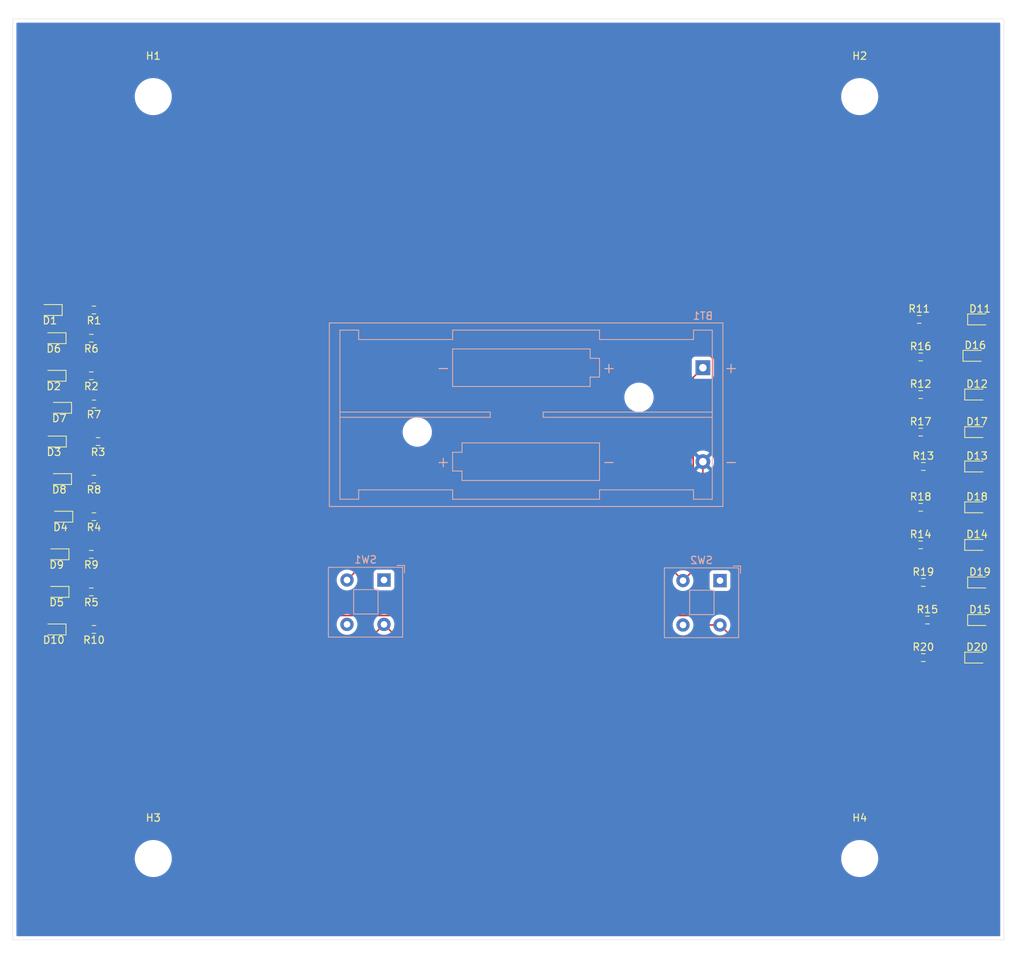
<source format=kicad_pcb>
(kicad_pcb (version 20240108) (generator "pcbnew") (generator_version "8.0")
  (layers (0 "F.Cu" signal) (31 "B.Cu" signal) (34 "B.Paste" user) (35 "F.Paste" user) (36 "B.SilkS" user "B.Silkscreen") (37 "F.SilkS" user "F.Silkscreen") (38 "B.Mask" user) (39 "F.Mask" user) (44 "Edge.Cuts" user))
  (net 0 "")
  (net 1 "GND")
  (net 2 "Net-(BT1-+)")
  (net 3 "Net-(D1-K)")
  (net 4 "/3V Red")
  (net 5 "Net-(D2-K)")
  (net 6 "Net-(D3-K)")
  (net 7 "Net-(D4-K)")
  (net 8 "Net-(D5-K)")
  (net 9 "/3V blue")
  (net 10 "Net-(D6-K)")
  (net 11 "Net-(D7-K)")
  (net 12 "Net-(D8-K)")
  (net 13 "Net-(D9-K)")
  (net 14 "Net-(D10-K)")
  (net 15 "Net-(D11-K)")
  (net 16 "Net-(D12-K)")
  (net 17 "Net-(D13-K)")
  (net 18 "Net-(D14-K)")
  (net 19 "Net-(D15-K)")
  (net 20 "Net-(D16-K)")
  (net 21 "Net-(D17-K)")
  (net 22 "Net-(D18-K)")
  (net 23 "Net-(D19-K)")
  (net 24 "Net-(D20-K)")
  (footprint "Resistor_SMD:R_0603_1608Metric_Pad0.98x0.95mm_HandSolder" (layer "F.Cu") (at 93.98 92.71 180)
    (property "Reference" "R8" (at 0 -1.43 0) (layer "F.SilkS"))
    (property "Value" "R_US")
    (fp_line (start -0.254724 0.5225) (end 0.254724 0.5225) (stroke (width 0.12)) (layer "F.SilkS"))
    (fp_line (start -0.254724 -0.5225) (end 0.254724 -0.5225) (stroke (width 0.12)) (layer "F.SilkS"))
    (pad "1" smd roundrect (at -0.9125 0 180) (size 0.975 0.95) (layers "F.Cu" "F.Paste" "F.Mask") (net 1 "GND"))
    (pad "2" smd roundrect (at 0.9125 0 180) (size 0.975 0.95) (layers "F.Cu" "F.Paste" "F.Mask") (net 12 "Net-(D8-K)"))
  )
  (footprint "Resistor_SMD:R_0603_1608Metric_Pad0.98x0.95mm_HandSolder" (layer "F.Cu") (at 205.74 96.52)
    (property "Reference" "R18" (at 0 -1.43 0) (layer "F.SilkS"))
    (property "Value" "R_US")
    (fp_line (start -0.254724 -0.5225) (end 0.254724 -0.5225) (stroke (width 0.12)) (layer "F.SilkS"))
    (fp_line (start -0.254724 0.5225) (end 0.254724 0.5225) (stroke (width 0.12)) (layer "F.SilkS"))
    (pad "1" smd roundrect (at -0.9125 0) (size 0.975 0.95) (layers "F.Cu" "F.Paste" "F.Mask") (net 1 "GND"))
    (pad "2" smd roundrect (at 0.9125 0) (size 0.975 0.95) (layers "F.Cu" "F.Paste" "F.Mask") (net 22 "Net-(D18-K)"))
  )
  (footprint "LED_SMD:LED_0603_1608Metric_Pad1.05x0.95mm_HandSolder" (layer "F.Cu") (at 89.295 83.07 180)
    (property "Reference" "D7" (at 0 -1.43 0) (layer "F.SilkS"))
    (property "Value" "LED")
    (fp_line (start 0.8 -0.735) (end -1.66 -0.735) (stroke (width 0.12)) (layer "F.SilkS"))
    (fp_line (start -1.66 0.735) (end 0.8 0.735) (stroke (width 0.12)) (layer "F.SilkS"))
    (fp_line (start -1.66 -0.735) (end -1.66 0.735) (stroke (width 0.12)) (layer "F.SilkS"))
    (pad "1" smd roundrect (at -0.875 0 180) (size 1.05 0.95) (layers "F.Cu" "F.Paste" "F.Mask") (net 11 "Net-(D7-K)"))
    (pad "2" smd roundrect (at 0.875 0 180) (size 1.05 0.95) (layers "F.Cu" "F.Paste" "F.Mask") (net 9 "/3V blue"))
  )
  (footprint "Resistor_SMD:R_0603_1608Metric_Pad0.98x0.95mm_HandSolder" (layer "F.Cu") (at 94.535 87.63 180)
    (property "Reference" "R3" (at 0 -1.43 0) (layer "F.SilkS"))
    (property "Value" "R_US")
    (fp_line (start -0.254724 0.5225) (end 0.254724 0.5225) (stroke (width 0.12)) (layer "F.SilkS"))
    (fp_line (start -0.254724 -0.5225) (end 0.254724 -0.5225) (stroke (width 0.12)) (layer "F.SilkS"))
    (pad "1" smd roundrect (at -0.9125 0 180) (size 0.975 0.95) (layers "F.Cu" "F.Paste" "F.Mask") (net 1 "GND"))
    (pad "2" smd roundrect (at 0.9125 0 180) (size 0.975 0.95) (layers "F.Cu" "F.Paste" "F.Mask") (net 6 "Net-(D3-K)"))
  )
  (footprint "LED_SMD:LED_0603_1608Metric_Pad1.05x0.95mm_HandSolder" (layer "F.Cu") (at 213.125 76.04)
    (property "Reference" "D16" (at 0 -1.43 0) (layer "F.SilkS"))
    (property "Value" "LED")
    (fp_line (start -1.66 -0.735) (end -1.66 0.735) (stroke (width 0.12)) (layer "F.SilkS"))
    (fp_line (start -1.66 0.735) (end 0.8 0.735) (stroke (width 0.12)) (layer "F.SilkS"))
    (fp_line (start 0.8 -0.735) (end -1.66 -0.735) (stroke (width 0.12)) (layer "F.SilkS"))
    (pad "1" smd roundrect (at -0.875 0) (size 1.05 0.95) (layers "F.Cu" "F.Paste" "F.Mask") (net 20 "Net-(D16-K)"))
    (pad "2" smd roundrect (at 0.875 0) (size 1.05 0.95) (layers "F.Cu" "F.Paste" "F.Mask") (net 9 "/3V blue"))
  )
  (footprint "Resistor_SMD:R_0603_1608Metric_Pad0.98x0.95mm_HandSolder" (layer "F.Cu") (at 205.74 101.6)
    (property "Reference" "R14" (at 0 -1.43 0) (layer "F.SilkS"))
    (property "Value" "R_US")
    (fp_line (start -0.254724 -0.5225) (end 0.254724 -0.5225) (stroke (width 0.12)) (layer "F.SilkS"))
    (fp_line (start -0.254724 0.5225) (end 0.254724 0.5225) (stroke (width 0.12)) (layer "F.SilkS"))
    (pad "1" smd roundrect (at -0.9125 0) (size 0.975 0.95) (layers "F.Cu" "F.Paste" "F.Mask") (net 1 "GND"))
    (pad "2" smd roundrect (at 0.9125 0) (size 0.975 0.95) (layers "F.Cu" "F.Paste" "F.Mask") (net 18 "Net-(D14-K)"))
  )
  (footprint "Resistor_SMD:R_0603_1608Metric_Pad0.98x0.95mm_HandSolder" (layer "F.Cu") (at 93.98 82.55 180)
    (property "Reference" "R7" (at 0 -1.43 0) (layer "F.SilkS"))
    (property "Value" "R_US")
    (fp_line (start -0.254724 0.5225) (end 0.254724 0.5225) (stroke (width 0.12)) (layer "F.SilkS"))
    (fp_line (start -0.254724 -0.5225) (end 0.254724 -0.5225) (stroke (width 0.12)) (layer "F.SilkS"))
    (pad "1" smd roundrect (at -0.9125 0 180) (size 0.975 0.95) (layers "F.Cu" "F.Paste" "F.Mask") (net 1 "GND"))
    (pad "2" smd roundrect (at 0.9125 0 180) (size 0.975 0.95) (layers "F.Cu" "F.Paste" "F.Mask") (net 11 "Net-(D7-K)"))
  )
  (footprint "Resistor_SMD:R_0603_1608Metric_Pad0.98x0.95mm_HandSolder" (layer "F.Cu") (at 93.6225 73.66 180)
    (property "Reference" "R6" (at 0 -1.43 0) (layer "F.SilkS"))
    (property "Value" "R_US")
    (fp_line (start -0.254724 0.5225) (end 0.254724 0.5225) (stroke (width 0.12)) (layer "F.SilkS"))
    (fp_line (start -0.254724 -0.5225) (end 0.254724 -0.5225) (stroke (width 0.12)) (layer "F.SilkS"))
    (pad "1" smd roundrect (at -0.9125 0 180) (size 0.975 0.95) (layers "F.Cu" "F.Paste" "F.Mask") (net 1 "GND"))
    (pad "2" smd roundrect (at 0.9125 0 180) (size 0.975 0.95) (layers "F.Cu" "F.Paste" "F.Mask") (net 10 "Net-(D6-K)"))
  )
  (footprint "LED_SMD:LED_0603_1608Metric_Pad1.05x0.95mm_HandSolder" (layer "F.Cu") (at 213.36 96.52)
    (property "Reference" "D18" (at 0 -1.43 0) (layer "F.SilkS"))
    (property "Value" "LED")
    (fp_line (start -1.66 -0.735) (end -1.66 0.735) (stroke (width 0.12)) (layer "F.SilkS"))
    (fp_line (start -1.66 0.735) (end 0.8 0.735) (stroke (width 0.12)) (layer "F.SilkS"))
    (fp_line (start 0.8 -0.735) (end -1.66 -0.735) (stroke (width 0.12)) (layer "F.SilkS"))
    (pad "1" smd roundrect (at -0.875 0) (size 1.05 0.95) (layers "F.Cu" "F.Paste" "F.Mask") (net 22 "Net-(D18-K)"))
    (pad "2" smd roundrect (at 0.875 0) (size 1.05 0.95) (layers "F.Cu" "F.Paste" "F.Mask") (net 9 "/3V blue"))
  )
  (footprint "LED_SMD:LED_0603_1608Metric_Pad1.05x0.95mm_HandSolder" (layer "F.Cu") (at 88.5425 113.03 180)
    (property "Reference" "D10" (at 0 -1.43 0) (layer "F.SilkS"))
    (property "Value" "LED")
    (fp_line (start 0.8 -0.735) (end -1.66 -0.735) (stroke (width 0.12)) (layer "F.SilkS"))
    (fp_line (start -1.66 0.735) (end 0.8 0.735) (stroke (width 0.12)) (layer "F.SilkS"))
    (fp_line (start -1.66 -0.735) (end -1.66 0.735) (stroke (width 0.12)) (layer "F.SilkS"))
    (pad "1" smd roundrect (at -0.875 0 180) (size 1.05 0.95) (layers "F.Cu" "F.Paste" "F.Mask") (net 14 "Net-(D10-K)"))
    (pad "2" smd roundrect (at 0.875 0 180) (size 1.05 0.95) (layers "F.Cu" "F.Paste" "F.Mask") (net 9 "/3V blue"))
  )
  (footprint "LED_SMD:LED_0603_1608Metric_Pad1.05x0.95mm_HandSolder" (layer "F.Cu") (at 89.455 97.79 180)
    (property "Reference" "D4" (at 0 -1.43 0) (layer "F.SilkS"))
    (property "Value" "LED")
    (fp_line (start 0.8 -0.735) (end -1.66 -0.735) (stroke (width 0.12)) (layer "F.SilkS"))
    (fp_line (start -1.66 0.735) (end 0.8 0.735) (stroke (width 0.12)) (layer "F.SilkS"))
    (fp_line (start -1.66 -0.735) (end -1.66 0.735) (stroke (width 0.12)) (layer "F.SilkS"))
    (pad "1" smd roundrect (at -0.875 0 180) (size 1.05 0.95) (layers "F.Cu" "F.Paste" "F.Mask") (net 7 "Net-(D4-K)"))
    (pad "2" smd roundrect (at 0.875 0 180) (size 1.05 0.95) (layers "F.Cu" "F.Paste" "F.Mask") (net 4 "/3V Red"))
  )
  (footprint "LED_SMD:LED_0603_1608Metric_Pad1.05x0.95mm_HandSolder" (layer "F.Cu") (at 88.9375 102.87 180)
    (property "Reference" "D9" (at 0 -1.43 0) (layer "F.SilkS"))
    (property "Value" "LED")
    (fp_line (start 0.8 -0.735) (end -1.66 -0.735) (stroke (width 0.12)) (layer "F.SilkS"))
    (fp_line (start -1.66 0.735) (end 0.8 0.735) (stroke (width 0.12)) (layer "F.SilkS"))
    (fp_line (start -1.66 -0.735) (end -1.66 0.735) (stroke (width 0.12)) (layer "F.SilkS"))
    (pad "1" smd roundrect (at -0.875 0 180) (size 1.05 0.95) (layers "F.Cu" "F.Paste" "F.Mask") (net 13 "Net-(D9-K)"))
    (pad "2" smd roundrect (at 0.875 0 180) (size 1.05 0.95) (layers "F.Cu" "F.Paste" "F.Mask") (net 9 "/3V blue"))
  )
  (footprint "LED_SMD:LED_0603_1608Metric_Pad1.05x0.95mm_HandSolder" (layer "F.Cu") (at 213.36 116.84)
    (property "Reference" "D20" (at 0 -1.43 0) (layer "F.SilkS"))
    (property "Value" "LED")
    (fp_line (start -1.66 -0.735) (end -1.66 0.735) (stroke (width 0.12)) (layer "F.SilkS"))
    (fp_line (start -1.66 0.735) (end 0.8 0.735) (stroke (width 0.12)) (layer "F.SilkS"))
    (fp_line (start 0.8 -0.735) (end -1.66 -0.735) (stroke (width 0.12)) (layer "F.SilkS"))
    (pad "1" smd roundrect (at -0.875 0) (size 1.05 0.95) (layers "F.Cu" "F.Paste" "F.Mask") (net 24 "Net-(D20-K)"))
    (pad "2" smd roundrect (at 0.875 0) (size 1.05 0.95) (layers "F.Cu" "F.Paste" "F.Mask") (net 9 "/3V blue"))
  )
  (footprint "Resistor_SMD:R_0603_1608Metric_Pad0.98x0.95mm_HandSolder" (layer "F.Cu") (at 93.98 69.85 180)
    (property "Reference" "R1" (at 0 -1.43 0) (layer "F.SilkS"))
    (property "Value" "R_US")
    (fp_line (start -0.254724 0.5225) (end 0.254724 0.5225) (stroke (width 0.12)) (layer "F.SilkS"))
    (fp_line (start -0.254724 -0.5225) (end 0.254724 -0.5225) (stroke (width 0.12)) (layer "F.SilkS"))
    (pad "1" smd roundrect (at -0.9125 0 180) (size 0.975 0.95) (layers "F.Cu" "F.Paste" "F.Mask") (net 1 "GND"))
    (pad "2" smd roundrect (at 0.9125 0 180) (size 0.975 0.95) (layers "F.Cu" "F.Paste" "F.Mask") (net 3 "Net-(D1-K)"))
  )
  (footprint "Resistor_SMD:R_0603_1608Metric_Pad0.98x0.95mm_HandSolder" (layer "F.Cu") (at 93.6225 102.87 180)
    (property "Reference" "R9" (at 0 -1.43 0) (layer "F.SilkS"))
    (property "Value" "R_US")
    (fp_line (start -0.254724 0.5225) (end 0.254724 0.5225) (stroke (width 0.12)) (layer "F.SilkS"))
    (fp_line (start -0.254724 -0.5225) (end 0.254724 -0.5225) (stroke (width 0.12)) (layer "F.SilkS"))
    (pad "1" smd roundrect (at -0.9125 0 180) (size 0.975 0.95) (layers "F.Cu" "F.Paste" "F.Mask") (net 1 "GND"))
    (pad "2" smd roundrect (at 0.9125 0 180) (size 0.975 0.95) (layers "F.Cu" "F.Paste" "F.Mask") (net 13 "Net-(D9-K)"))
  )
  (footprint "Resistor_SMD:R_0603_1608Metric_Pad0.98x0.95mm_HandSolder" (layer "F.Cu") (at 93.98 97.79 180)
    (property "Reference" "R4" (at 0 -1.43 0) (layer "F.SilkS"))
    (property "Value" "R_US")
    (fp_line (start -0.254724 0.5225) (end 0.254724 0.5225) (stroke (width 0.12)) (layer "F.SilkS"))
    (fp_line (start -0.254724 -0.5225) (end 0.254724 -0.5225) (stroke (width 0.12)) (layer "F.SilkS"))
    (pad "1" smd roundrect (at -0.9125 0 180) (size 0.975 0.95) (layers "F.Cu" "F.Paste" "F.Mask") (net 1 "GND"))
    (pad "2" smd roundrect (at 0.9125 0 180) (size 0.975 0.95) (layers "F.Cu" "F.Paste" "F.Mask") (net 7 "Net-(D4-K)"))
  )
  (footprint "LED_SMD:LED_0603_1608Metric_Pad1.05x0.95mm_HandSolder" (layer "F.Cu") (at 213.36 81.28)
    (property "Reference" "D12" (at 0 -1.43 0) (layer "F.SilkS"))
    (property "Value" "LED")
    (fp_line (start -1.66 -0.735) (end -1.66 0.735) (stroke (width 0.12)) (layer "F.SilkS"))
    (fp_line (start -1.66 0.735) (end 0.8 0.735) (stroke (width 0.12)) (layer "F.SilkS"))
    (fp_line (start 0.8 -0.735) (end -1.66 -0.735) (stroke (width 0.12)) (layer "F.SilkS"))
    (pad "1" smd roundrect (at -0.875 0) (size 1.05 0.95) (layers "F.Cu" "F.Paste" "F.Mask") (net 16 "Net-(D12-K)"))
    (pad "2" smd roundrect (at 0.875 0) (size 1.05 0.95) (layers "F.Cu" "F.Paste" "F.Mask") (net 4 "/3V Red"))
  )
  (footprint "Resistor_SMD:R_0603_1608Metric_Pad0.98x0.95mm_HandSolder" (layer "F.Cu") (at 205.74 86.36)
    (property "Reference" "R17" (at 0 -1.43 0) (layer "F.SilkS"))
    (property "Value" "R_US")
    (fp_line (start -0.254724 -0.5225) (end 0.254724 -0.5225) (stroke (width 0.12)) (layer "F.SilkS"))
    (fp_line (start -0.254724 0.5225) (end 0.254724 0.5225) (stroke (width 0.12)) (layer "F.SilkS"))
    (pad "1" smd roundrect (at -0.9125 0) (size 0.975 0.95) (layers "F.Cu" "F.Paste" "F.Mask") (net 1 "GND"))
    (pad "2" smd roundrect (at 0.9125 0) (size 0.975 0.95) (layers "F.Cu" "F.Paste" "F.Mask") (net 21 "Net-(D17-K)"))
  )
  (footprint "LED_SMD:LED_0603_1608Metric_Pad1.05x0.95mm_HandSolder" (layer "F.Cu") (at 213.36 101.6)
    (property "Reference" "D14" (at 0 -1.43 0) (layer "F.SilkS"))
    (property "Value" "LED")
    (fp_line (start -1.66 -0.735) (end -1.66 0.735) (stroke (width 0.12)) (layer "F.SilkS"))
    (fp_line (start -1.66 0.735) (end 0.8 0.735) (stroke (width 0.12)) (layer "F.SilkS"))
    (fp_line (start 0.8 -0.735) (end -1.66 -0.735) (stroke (width 0.12)) (layer "F.SilkS"))
    (pad "1" smd roundrect (at -0.875 0) (size 1.05 0.95) (layers "F.Cu" "F.Paste" "F.Mask") (net 18 "Net-(D14-K)"))
    (pad "2" smd roundrect (at 0.875 0) (size 1.05 0.95) (layers "F.Cu" "F.Paste" "F.Mask") (net 4 "/3V Red"))
  )
  (footprint "LED_SMD:LED_0603_1608Metric_Pad1.05x0.95mm_HandSolder" (layer "F.Cu") (at 213.36 91)
    (property "Reference" "D13" (at 0 -1.43 0) (layer "F.SilkS"))
    (property "Value" "LED")
    (fp_line (start -1.66 -0.735) (end -1.66 0.735) (stroke (width 0.12)) (layer "F.SilkS"))
    (fp_line (start -1.66 0.735) (end 0.8 0.735) (stroke (width 0.12)) (layer "F.SilkS"))
    (fp_line (start 0.8 -0.735) (end -1.66 -0.735) (stroke (width 0.12)) (layer "F.SilkS"))
    (pad "1" smd roundrect (at -0.875 0) (size 1.05 0.95) (layers "F.Cu" "F.Paste" "F.Mask") (net 17 "Net-(D13-K)"))
    (pad "2" smd roundrect (at 0.875 0) (size 1.05 0.95) (layers "F.Cu" "F.Paste" "F.Mask") (net 4 "/3V Red"))
  )
  (footprint "MountingHole:MountingHole_4.5mm" (layer "F.Cu") (at 102 144)
    (property "Reference" "H3" (at 0 -5.5 0) (layer "F.SilkS"))
    (property "Value" "MountingHole")
    (pad "" np_thru_hole circle (at 0 0) (size 4.5 4.5) (drill 4.5) (layers "*.Cu" "*.Mask"))
  )
  (footprint "Resistor_SMD:R_0603_1608Metric_Pad0.98x0.95mm_HandSolder" (layer "F.Cu") (at 206.0975 116.84)
    (property "Reference" "R20" (at 0 -1.43 0) (layer "F.SilkS"))
    (property "Value" "R_US")
    (fp_line (start -0.254724 -0.5225) (end 0.254724 -0.5225) (stroke (width 0.12)) (layer "F.SilkS"))
    (fp_line (start -0.254724 0.5225) (end 0.254724 0.5225) (stroke (width 0.12)) (layer "F.SilkS"))
    (pad "1" smd roundrect (at -0.9125 0) (size 0.975 0.95) (layers "F.Cu" "F.Paste" "F.Mask") (net 1 "GND"))
    (pad "2" smd roundrect (at 0.9125 0) (size 0.975 0.95) (layers "F.Cu" "F.Paste" "F.Mask") (net 24 "Net-(D20-K)"))
  )
  (footprint "LED_SMD:LED_0603_1608Metric_Pad1.05x0.95mm_HandSolder" (layer "F.Cu") (at 88.5425 78.74 180)
    (property "Reference" "D2" (at 0 -1.43 0) (layer "F.SilkS"))
    (property "Value" "LED")
    (fp_line (start 0.8 -0.735) (end -1.66 -0.735) (stroke (width 0.12)) (layer "F.SilkS"))
    (fp_line (start -1.66 0.735) (end 0.8 0.735) (stroke (width 0.12)) (layer "F.SilkS"))
    (fp_line (start -1.66 -0.735) (end -1.66 0.735) (stroke (width 0.12)) (layer "F.SilkS"))
    (pad "1" smd roundrect (at -0.875 0 180) (size 1.05 0.95) (layers "F.Cu" "F.Paste" "F.Mask") (net 5 "Net-(D2-K)"))
    (pad "2" smd roundrect (at 0.875 0 180) (size 1.05 0.95) (layers "F.Cu" "F.Paste" "F.Mask") (net 4 "/3V Red"))
  )
  (footprint "Resistor_SMD:R_0603_1608Metric_Pad0.98x0.95mm_HandSolder" (layer "F.Cu") (at 205.74 76.2)
    (property "Reference" "R16" (at 0 -1.43 0) (layer "F.SilkS"))
    (property "Value" "R_US")
    (fp_line (start -0.254724 -0.5225) (end 0.254724 -0.5225) (stroke (width 0.12)) (layer "F.SilkS"))
    (fp_line (start -0.254724 0.5225) (end 0.254724 0.5225) (stroke (width 0.12)) (layer "F.SilkS"))
    (pad "1" smd roundrect (at -0.9125 0) (size 0.975 0.95) (layers "F.Cu" "F.Paste" "F.Mask") (net 1 "GND"))
    (pad "2" smd roundrect (at 0.9125 0) (size 0.975 0.95) (layers "F.Cu" "F.Paste" "F.Mask") (net 20 "Net-(D16-K)"))
  )
  (footprint "LED_SMD:LED_0603_1608Metric_Pad1.05x0.95mm_HandSolder" (layer "F.Cu") (at 88.025 69.85 180)
    (property "Reference" "D1" (at 0 -1.43 0) (layer "F.SilkS"))
    (property "Value" "LED")
    (fp_line (start 0.8 -0.735) (end -1.66 -0.735) (stroke (width 0.12)) (layer "F.SilkS"))
    (fp_line (start -1.66 0.735) (end 0.8 0.735) (stroke (width 0.12)) (layer "F.SilkS"))
    (fp_line (start -1.66 -0.735) (end -1.66 0.735) (stroke (width 0.12)) (layer "F.SilkS"))
    (pad "1" smd roundrect (at -0.875 0 180) (size 1.05 0.95) (layers "F.Cu" "F.Paste" "F.Mask") (net 3 "Net-(D1-K)"))
    (pad "2" smd roundrect (at 0.875 0 180) (size 1.05 0.95) (layers "F.Cu" "F.Paste" "F.Mask") (net 4 "/3V Red"))
  )
  (footprint "LED_SMD:LED_0603_1608Metric_Pad1.05x0.95mm_HandSolder" (layer "F.Cu") (at 213.36 86.36)
    (property "Reference" "D17" (at 0 -1.43 0) (layer "F.SilkS"))
    (property "Value" "LED")
    (fp_line (start -1.66 -0.735) (end -1.66 0.735) (stroke (width 0.12)) (layer "F.SilkS"))
    (fp_line (start -1.66 0.735) (end 0.8 0.735) (stroke (width 0.12)) (layer "F.SilkS"))
    (fp_line (start 0.8 -0.735) (end -1.66 -0.735) (stroke (width 0.12)) (layer "F.SilkS"))
    (pad "1" smd roundrect (at -0.875 0) (size 1.05 0.95) (layers "F.Cu" "F.Paste" "F.Mask") (net 21 "Net-(D17-K)"))
    (pad "2" smd roundrect (at 0.875 0) (size 1.05 0.95) (layers "F.Cu" "F.Paste" "F.Mask") (net 9 "/3V blue"))
  )
  (footprint "MountingHole:MountingHole_4.5mm" (layer "F.Cu") (at 102 41)
    (property "Reference" "H1" (at 0 -5.5 0) (layer "F.SilkS"))
    (property "Value" "MountingHole")
    (pad "" np_thru_hole circle (at 0 0) (size 4.5 4.5) (drill 4.5) (layers "*.Cu" "*.Mask"))
  )
  (footprint "LED_SMD:LED_0603_1608Metric_Pad1.05x0.95mm_HandSolder" (layer "F.Cu") (at 213.755 111.76)
    (property "Reference" "D15" (at 0 -1.43 0) (layer "F.SilkS"))
    (property "Value" "LED")
    (fp_line (start -1.66 -0.735) (end -1.66 0.735) (stroke (width 0.12)) (layer "F.SilkS"))
    (fp_line (start -1.66 0.735) (end 0.8 0.735) (stroke (width 0.12)) (layer "F.SilkS"))
    (fp_line (start 0.8 -0.735) (end -1.66 -0.735) (stroke (width 0.12)) (layer "F.SilkS"))
    (pad "1" smd roundrect (at -0.875 0) (size 1.05 0.95) (layers "F.Cu" "F.Paste" "F.Mask") (net 19 "Net-(D15-K)"))
    (pad "2" smd roundrect (at 0.875 0) (size 1.05 0.95) (layers "F.Cu" "F.Paste" "F.Mask") (net 4 "/3V Red"))
  )
  (footprint "Resistor_SMD:R_0603_1608Metric_Pad0.98x0.95mm_HandSolder" (layer "F.Cu") (at 205.74 81.28)
    (property "Reference" "R12" (at 0 -1.43 0) (layer "F.SilkS"))
    (property "Value" "R_US")
    (fp_line (start -0.254724 -0.5225) (end 0.254724 -0.5225) (stroke (width 0.12)) (layer "F.SilkS"))
    (fp_line (start -0.254724 0.5225) (end 0.254724 0.5225) (stroke (width 0.12)) (layer "F.SilkS"))
    (pad "1" smd roundrect (at -0.9125 0) (size 0.975 0.95) (layers "F.Cu" "F.Paste" "F.Mask") (net 1 "GND"))
    (pad "2" smd roundrect (at 0.9125 0) (size 0.975 0.95) (layers "F.Cu" "F.Paste" "F.Mask") (net 16 "Net-(D12-K)"))
  )
  (footprint "LED_SMD:LED_0603_1608Metric_Pad1.05x0.95mm_HandSolder" (layer "F.Cu") (at 213.755 106.68)
    (property "Reference" "D19" (at 0 -1.43 0) (layer "F.SilkS"))
    (property "Value" "LED")
    (fp_line (start -1.66 -0.735) (end -1.66 0.735) (stroke (width 0.12)) (layer "F.SilkS"))
    (fp_line (start -1.66 0.735) (end 0.8 0.735) (stroke (width 0.12)) (layer "F.SilkS"))
    (fp_line (start 0.8 -0.735) (end -1.66 -0.735) (stroke (width 0.12)) (layer "F.SilkS"))
    (pad "1" smd roundrect (at -0.875 0) (size 1.05 0.95) (layers "F.Cu" "F.Paste" "F.Mask") (net 23 "Net-(D19-K)"))
    (pad "2" smd roundrect (at 0.875 0) (size 1.05 0.95) (layers "F.Cu" "F.Paste" "F.Mask") (net 9 "/3V blue"))
  )
  (footprint "LED_SMD:LED_0603_1608Metric_Pad1.05x0.95mm_HandSolder" (layer "F.Cu") (at 213.755 71.12)
    (property "Reference" "D11" (at 0 -1.43 0) (layer "F.SilkS"))
    (property "Value" "LED")
    (fp_line (start -1.66 -0.735) (end -1.66 0.735) (stroke (width 0.12)) (layer "F.SilkS"))
    (fp_line (start -1.66 0.735) (end 0.8 0.735) (stroke (width 0.12)) (layer "F.SilkS"))
    (fp_line (start 0.8 -0.735) (end -1.66 -0.735) (stroke (width 0.12)) (layer "F.SilkS"))
    (pad "1" smd roundrect (at -0.875 0) (size 1.05 0.95) (layers "F.Cu" "F.Paste" "F.Mask") (net 15 "Net-(D11-K)"))
    (pad "2" smd roundrect (at 0.875 0) (size 1.05 0.95) (layers "F.Cu" "F.Paste" "F.Mask") (net 4 "/3V Red"))
  )
  (footprint "LED_SMD:LED_0603_1608Metric_Pad1.05x0.95mm_HandSolder" (layer "F.Cu") (at 88.5425 73.66 180)
    (property "Reference" "D6" (at 0 -1.43 0) (layer "F.SilkS"))
    (property "Value" "LED")
    (fp_line (start 0.8 -0.735) (end -1.66 -0.735) (stroke (width 0.12)) (layer "F.SilkS"))
    (fp_line (start -1.66 0.735) (end 0.8 0.735) (stroke (width 0.12)) (layer "F.SilkS"))
    (fp_line (start -1.66 -0.735) (end -1.66 0.735) (stroke (width 0.12)) (layer "F.SilkS"))
    (pad "1" smd roundrect (at -0.875 0 180) (size 1.05 0.95) (layers "F.Cu" "F.Paste" "F.Mask") (net 10 "Net-(D6-K)"))
    (pad "2" smd roundrect (at 0.875 0 180) (size 1.05 0.95) (layers "F.Cu" "F.Paste" "F.Mask") (net 9 "/3V blue"))
  )
  (footprint "MountingHole:MountingHole_4.5mm" (layer "F.Cu") (at 197.5 41)
    (property "Reference" "H2" (at 0 -5.5 0) (layer "F.SilkS"))
    (property "Value" "MountingHole")
    (pad "" np_thru_hole circle (at 0 0) (size 4.5 4.5) (drill 4.5) (layers "*.Cu" "*.Mask"))
  )
  (footprint "Resistor_SMD:R_0603_1608Metric_Pad0.98x0.95mm_HandSolder" (layer "F.Cu") (at 206.0975 106.68)
    (property "Reference" "R19" (at 0 -1.43 0) (layer "F.SilkS"))
    (property "Value" "R_US")
    (fp_line (start -0.254724 -0.5225) (end 0.254724 -0.5225) (stroke (width 0.12)) (layer "F.SilkS"))
    (fp_line (start -0.254724 0.5225) (end 0.254724 0.5225) (stroke (width 0.12)) (layer "F.SilkS"))
    (pad "1" smd roundrect (at -0.9125 0) (size 0.975 0.95) (layers "F.Cu" "F.Paste" "F.Mask") (net 1 "GND"))
    (pad "2" smd roundrect (at 0.9125 0) (size 0.975 0.95) (layers "F.Cu" "F.Paste" "F.Mask") (net 23 "Net-(D19-K)"))
  )
  (footprint "Resistor_SMD:R_0603_1608Metric_Pad0.98x0.95mm_HandSolder" (layer "F.Cu") (at 93.98 113.03 180)
    (property "Reference" "R10" (at 0 -1.43 0) (layer "F.SilkS"))
    (property "Value" "R_US")
    (fp_line (start -0.254724 0.5225) (end 0.254724 0.5225) (stroke (width 0.12)) (layer "F.SilkS"))
    (fp_line (start -0.254724 -0.5225) (end 0.254724 -0.5225) (stroke (width 0.12)) (layer "F.SilkS"))
    (pad "1" smd roundrect (at -0.9125 0 180) (size 0.975 0.95) (layers "F.Cu" "F.Paste" "F.Mask") (net 1 "GND"))
    (pad "2" smd roundrect (at 0.9125 0 180) (size 0.975 0.95) (layers "F.Cu" "F.Paste" "F.Mask") (net 14 "Net-(D10-K)"))
  )
  (footprint "Resistor_SMD:R_0603_1608Metric_Pad0.98x0.95mm_HandSolder" (layer "F.Cu") (at 205.54 71.12)
    (property "Reference" "R11" (at 0 -1.43 0) (layer "F.SilkS"))
    (property "Value" "R_US")
    (fp_line (start -0.254724 -0.5225) (end 0.254724 -0.5225) (stroke (width 0.12)) (layer "F.SilkS"))
    (fp_line (start -0.254724 0.5225) (end 0.254724 0.5225) (stroke (width 0.12)) (layer "F.SilkS"))
    (pad "1" smd roundrect (at -0.9125 0) (size 0.975 0.95) (layers "F.Cu" "F.Paste" "F.Mask") (net 1 "GND"))
    (pad "2" smd roundrect (at 0.9125 0) (size 0.975 0.95) (layers "F.Cu" "F.Paste" "F.Mask") (net 15 "Net-(D11-K)"))
  )
  (footprint "Resistor_SMD:R_0603_1608Metric_Pad0.98x0.95mm_HandSolder" (layer "F.Cu") (at 206.0975 91)
    (property "Reference" "R13" (at 0 -1.43 0) (layer "F.SilkS"))
    (property "Value" "R_US")
    (fp_line (start -0.254724 -0.5225) (end 0.254724 -0.5225) (stroke (width 0.12)) (layer "F.SilkS"))
    (fp_line (start -0.254724 0.5225) (end 0.254724 0.5225) (stroke (width 0.12)) (layer "F.SilkS"))
    (pad "1" smd roundrect (at -0.9125 0) (size 0.975 0.95) (layers "F.Cu" "F.Paste" "F.Mask") (net 1 "GND"))
    (pad "2" smd roundrect (at 0.9125 0) (size 0.975 0.95) (layers "F.Cu" "F.Paste" "F.Mask") (net 17 "Net-(D13-K)"))
  )
  (footprint "LED_SMD:LED_0603_1608Metric_Pad1.05x0.95mm_HandSolder" (layer "F.Cu") (at 88.58 87.63 180)
    (property "Reference" "D3" (at 0 -1.43 0) (layer "F.SilkS"))
    (property "Value" "LED")
    (fp_line (start 0.8 -0.735) (end -1.66 -0.735) (stroke (width 0.12)) (layer "F.SilkS"))
    (fp_line (start -1.66 0.735) (end 0.8 0.735) (stroke (width 0.12)) (layer "F.SilkS"))
    (fp_line (start -1.66 -0.735) (end -1.66 0.735) (stroke (width 0.12)) (layer "F.SilkS"))
    (pad "1" smd roundrect (at -0.875 0 180) (size 1.05 0.95) (layers "F.Cu" "F.Paste" "F.Mask") (net 6 "Net-(D3-K)"))
    (pad "2" smd roundrect (at 0.875 0 180) (size 1.05 0.95) (layers "F.Cu" "F.Paste" "F.Mask") (net 4 "/3V Red"))
  )
  (footprint "LED_SMD:LED_0603_1608Metric_Pad1.05x0.95mm_HandSolder" (layer "F.Cu") (at 89.295 92.71 180)
    (property "Reference" "D8" (at 0 -1.43 0) (layer "F.SilkS"))
    (property "Value" "LED")
    (fp_line (start 0.8 -0.735) (end -1.66 -0.735) (stroke (width 0.12)) (layer "F.SilkS"))
    (fp_line (start -1.66 0.735) (end 0.8 0.735) (stroke (width 0.12)) (layer "F.SilkS"))
    (fp_line (start -1.66 -0.735) (end -1.66 0.735) (stroke (width 0.12)) (layer "F.SilkS"))
    (pad "1" smd roundrect (at -0.875 0 180) (size 1.05 0.95) (layers "F.Cu" "F.Paste" "F.Mask") (net 12 "Net-(D8-K)"))
    (pad "2" smd roundrect (at 0.875 0 180) (size 1.05 0.95) (layers "F.Cu" "F.Paste" "F.Mask") (net 9 "/3V blue"))
  )
  (footprint "Resistor_SMD:R_0603_1608Metric_Pad0.98x0.95mm_HandSolder" (layer "F.Cu") (at 93.6225 78.74 180)
    (property "Reference" "R2" (at 0 -1.43 0) (layer "F.SilkS"))
    (property "Value" "R_US")
    (fp_line (start -0.254724 0.5225) (end 0.254724 0.5225) (stroke (width 0.12)) (layer "F.SilkS"))
    (fp_line (start -0.254724 -0.5225) (end 0.254724 -0.5225) (stroke (width 0.12)) (layer "F.SilkS"))
    (pad "1" smd roundrect (at -0.9125 0 180) (size 0.975 0.95) (layers "F.Cu" "F.Paste" "F.Mask") (net 1 "GND"))
    (pad "2" smd roundrect (at 0.9125 0 180) (size 0.975 0.95) (layers "F.Cu" "F.Paste" "F.Mask") (net 5 "Net-(D2-K)"))
  )
  (footprint "LED_SMD:LED_0603_1608Metric_Pad1.05x0.95mm_HandSolder" (layer "F.Cu") (at 88.9375 107.95 180)
    (property "Reference" "D5" (at 0 -1.43 0) (layer "F.SilkS"))
    (property "Value" "LED")
    (fp_line (start 0.8 -0.735) (end -1.66 -0.735) (stroke (width 0.12)) (layer "F.SilkS"))
    (fp_line (start -1.66 0.735) (end 0.8 0.735) (stroke (width 0.12)) (layer "F.SilkS"))
    (fp_line (start -1.66 -0.735) (end -1.66 0.735) (stroke (width 0.12)) (layer "F.SilkS"))
    (pad "1" smd roundrect (at -0.875 0 180) (size 1.05 0.95) (layers "F.Cu" "F.Paste" "F.Mask") (net 8 "Net-(D5-K)"))
    (pad "2" smd roundrect (at 0.875 0 180) (size 1.05 0.95) (layers "F.Cu" "F.Paste" "F.Mask") (net 4 "/3V Red"))
  )
  (footprint "MountingHole:MountingHole_4.5mm" (layer "F.Cu") (at 197.5 144)
    (property "Reference" "H4" (at 0 -5.5 0) (layer "F.SilkS"))
    (property "Value" "MountingHole")
    (pad "" np_thru_hole circle (at 0 0) (size 4.5 4.5) (drill 4.5) (layers "*.Cu" "*.Mask"))
  )
  (footprint "Resistor_SMD:R_0603_1608Metric_Pad0.98x0.95mm_HandSolder" (layer "F.Cu") (at 93.6225 107.95 180)
    (property "Reference" "R5" (at 0 -1.43 0) (layer "F.SilkS"))
    (property "Value" "R_US")
    (fp_line (start -0.254724 0.5225) (end 0.254724 0.5225) (stroke (width 0.12)) (layer "F.SilkS"))
    (fp_line (start -0.254724 -0.5225) (end 0.254724 -0.5225) (stroke (width 0.12)) (layer "F.SilkS"))
    (pad "1" smd roundrect (at -0.9125 0 180) (size 0.975 0.95) (layers "F.Cu" "F.Paste" "F.Mask") (net 1 "GND"))
    (pad "2" smd roundrect (at 0.9125 0 180) (size 0.975 0.95) (layers "F.Cu" "F.Paste" "F.Mask") (net 8 "Net-(D5-K)"))
  )
  (footprint "Resistor_SMD:R_0603_1608Metric_Pad0.98x0.95mm_HandSolder" (layer "F.Cu") (at 206.6525 111.76)
    (property "Reference" "R15" (at 0 -1.43 0) (layer "F.SilkS"))
    (property "Value" "R_US")
    (fp_line (start -0.254724 -0.5225) (end 0.254724 -0.5225) (stroke (width 0.12)) (layer "F.SilkS"))
    (fp_line (start -0.254724 0.5225) (end 0.254724 0.5225) (stroke (width 0.12)) (layer "F.SilkS"))
    (pad "1" smd roundrect (at -0.9125 0) (size 0.975 0.95) (layers "F.Cu" "F.Paste" "F.Mask") (net 1 "GND"))
    (pad "2" smd roundrect (at 0.9125 0) (size 0.975 0.95) (layers "F.Cu" "F.Paste" "F.Mask") (net 19 "Net-(D15-K)"))
  )
  (footprint "Button_Switch_THT:SW_Push_2P1T_Toggle_CK_PVA1xxH1xxxxxxV2" (layer "B.Cu") (at 178.6125 106.4275 180)
    (property "Reference" "SW2" (at 2.5 2.75 0) (layer "B.SilkS") (effects (justify mirror)))
    (property "Value" "SW_Nidec_CAS-120A1")
    (fp_line (start 7.52 1.72) (end 7.52 -7.72) (stroke (width 0.12)) (layer "B.SilkS"))
    (fp_line (start 4.1 -4.6) (end 4.1 -1.3) (stroke (width 0.12)) (layer "B.SilkS"))
    (fp_line (start 0.8 -1.3) (end 4.1 -1.3) (stroke (width 0.12)) (layer "B.SilkS"))
    (fp_line (start 0.8 -4.6) (end 4.1 -4.6) (stroke (width 0.12)) (layer "B.SilkS"))
    (fp_line (start 0.8 -4.6) (end 0.8 -1.3) (stroke (width 0.12)) (layer "B.SilkS"))
    (fp_line (start -2.52 1.72) (end 7.52 1.72) (stroke (width 0.12)) (layer "B.SilkS"))
    (fp_line (start -2.52 1.72) (end -2.52 -7.72) (stroke (width 0.12)) (layer "B.SilkS"))
    (fp_line (start -2.52 -7.72) (end 7.52 -7.72) (stroke (width 0.12)) (layer "B.SilkS"))
    (fp_line (start -2.77 1.97) (end -1.77 1.97) (stroke (width 0.12)) (layer "B.SilkS"))
    (fp_line (start -2.77 1.97) (end -2.77 0.97) (stroke (width 0.12)) (layer "B.SilkS"))
    (pad "1" thru_hole rect (at 0 0 180) (size 1.8 1.8) (drill 0.9) (layers "*.Cu" "*.Mask"))
    (pad "2" thru_hole circle (at 5 0 180) (size 1.8 1.8) (drill 0.9) (layers "*.Cu" "*.Mask") (net 2 "Net-(BT1-+)"))
    (pad "3" thru_hole circle (at 0 -6 180) (size 1.8 1.8) (drill 0.9) (layers "*.Cu" "*.Mask") (net 9 "/3V blue"))
    (pad "4" thru_hole circle (at 5 -6 180) (size 1.8 1.8) (drill 0.9) (layers "*.Cu" "*.Mask"))
  )
  (footprint "Battery:BatteryHolder_Keystone_2468_2xAAA" (layer "B.Cu") (at 176.3 77.65 180)
    (property "Reference" "BT1" (at 0 7 0) (layer "B.SilkS") (effects (justify mirror)))
    (property "Value" "Battery_Cell")
    (fp_line (start 50.5 6.05) (end 50.5 -18.75) (stroke (width 0.12)) (layer "B.SilkS"))
    (fp_line (start 50.5 -18.755) (end -2.7 -18.755) (stroke (width 0.12)) (layer "B.SilkS"))
    (fp_line (start 49.07 -6.7) (end 28.75 -6.7) (stroke (width 0.12)) (layer "B.SilkS"))
    (fp_line (start 49.07 -17.78) (end 49.07 5.08) (stroke (width 0.12)) (layer "B.SilkS"))
    (fp_line (start 46.53 5.08) (end 49.07 5.08) (stroke (width 0.12)) (layer "B.SilkS"))
    (fp_line (start 46.53 3.81) (end 46.53 5.08) (stroke (width 0.12)) (layer "B.SilkS"))
    (fp_line (start 46.53 -16.51) (end 46.53 -17.78) (stroke (width 0.12)) (layer "B.SilkS"))
    (fp_line (start 46.53 -17.78) (end 49.07 -17.78) (stroke (width 0.12)) (layer "B.SilkS"))
    (fp_line (start 33.83 5.08) (end 33.83 3.81) (stroke (width 0.12)) (layer "B.SilkS"))
    (fp_line (start 33.83 3.81) (end 46.53 3.81) (stroke (width 0.12)) (layer "B.SilkS"))
    (fp_line (start 33.83 2.54) (end 15.24 2.54) (stroke (width 0.12)) (layer "B.SilkS"))
    (fp_line (start 33.83 -2.54) (end 33.83 2.54) (stroke (width 0.12)) (layer "B.SilkS"))
    (fp_line (start 33.83 -11.43) (end 32.56 -11.43) (stroke (width 0.12)) (layer "B.SilkS"))
    (fp_line (start 33.83 -13.97) (end 33.83 -11.43) (stroke (width 0.12)) (layer "B.SilkS"))
    (fp_line (start 33.83 -16.51) (end 46.53 -16.51) (stroke (width 0.12)) (layer "B.SilkS"))
    (fp_line (start 33.83 -16.51) (end 33.83 -17.78) (stroke (width 0.12)) (layer "B.SilkS"))
    (fp_line (start 33.83 -17.78) (end 13.97 -17.78) (stroke (width 0.12)) (layer "B.SilkS"))
    (fp_line (start 32.56 -10.16) (end 13.97 -10.16) (stroke (width 0.12)) (layer "B.SilkS"))
    (fp_line (start 32.56 -11.43) (end 32.56 -10.16) (stroke (width 0.12)) (layer "B.SilkS"))
    (fp_line (start 32.56 -13.97) (end 33.83 -13.97) (stroke (width 0.12)) (layer "B.SilkS"))
    (fp_line (start 32.56 -15.24) (end 32.56 -13.97) (stroke (width 0.12)) (layer "B.SilkS"))
    (fp_line (start 28.75 -6) (end 49.07 -6) (stroke (width 0.12)) (layer "B.SilkS"))
    (fp_line (start 28.75 -6.7) (end 28.75 -6) (stroke (width 0.12)) (layer "B.SilkS"))
    (fp_line (start 21.59 -6) (end -1.27 -6) (stroke (width 0.12)) (layer "B.SilkS"))
    (fp_line (start 21.59 -6.7) (end 21.59 -6) (stroke (width 0.12)) (layer "B.SilkS"))
    (fp_line (start 15.24 2.54) (end 15.24 1.27) (stroke (width 0.12)) (layer "B.SilkS"))
    (fp_line (start 15.24 1.27) (end 13.97 1.27) (stroke (width 0.12)) (layer "B.SilkS"))
    (fp_line (start 15.24 -1.27) (end 15.24 -2.54) (stroke (width 0.12)) (layer "B.SilkS"))
    (fp_line (start 15.24 -2.54) (end 33.83 -2.54) (stroke (width 0.12)) (layer "B.SilkS"))
    (fp_line (start 13.97 5.08) (end 33.83 5.08) (stroke (width 0.12)) (layer "B.SilkS"))
    (fp_line (start 13.97 3.81) (end 13.97 5.08) (stroke (width 0.12)) (layer "B.SilkS"))
    (fp_line (start 13.97 3.81) (end 1.27 3.81) (stroke (width 0.12)) (layer "B.SilkS"))
    (fp_line (start 13.97 1.27) (end 13.97 -1.27) (stroke (width 0.12)) (layer "B.SilkS"))
    (fp_line (start 13.97 -1.27) (end 15.24 -1.27) (stroke (width 0.12)) (layer "B.SilkS"))
    (fp_line (start 13.97 -10.16) (end 13.97 -15.24) (stroke (width 0.12)) (layer "B.SilkS"))
    (fp_line (start 13.97 -15.24) (end 32.56 -15.24) (stroke (width 0.12)) (layer "B.SilkS"))
    (fp_line (start 13.97 -16.51) (end 1.27 -16.51) (stroke (width 0.12)) (layer "B.SilkS"))
    (fp_line (start 13.97 -17.78) (end 13.97 -16.51) (stroke (width 0.12)) (layer "B.SilkS"))
    (fp_line (start 1.27 5.08) (end 1.27 3.81) (stroke (width 0.12)) (layer "B.SilkS"))
    (fp_line (start 1.27 -16.51) (end 1.27 -17.78) (stroke (width 0.12)) (layer "B.SilkS"))
    (fp_line (start 1.27 -17.78) (end -1.27 -17.78) (stroke (width 0.12)) (layer "B.SilkS"))
    (fp_line (start -1.27 5.08) (end 1.27 5.08) (stroke (width 0.12)) (layer "B.SilkS"))
    (fp_line (start -1.27 -6.7) (end 21.59 -6.7) (stroke (width 0.12)) (layer "B.SilkS"))
    (fp_line (start -1.27 -17.78) (end -1.27 5.08) (stroke (width 0.12)) (layer "B.SilkS"))
    (fp_line (start -2.7 6.055) (end 50.5 6.055) (stroke (width 0.12)) (layer "B.SilkS"))
    (fp_line (start -2.7 -18.75) (end -2.7 6.05) (stroke (width 0.12)) (layer "B.SilkS"))
    (fp_text user "+" (at 12.7 0 0) (layer "B.SilkS") (effects (font (size 1.5 1.5)) (justify mirror)))
    (fp_text user "-" (at 12.7 -12.7 0) (layer "B.SilkS") (effects (font (size 1.5 1.5)) (justify mirror)))
    (fp_text user "+" (at 35.1 -12.7 0) (layer "B.SilkS") (effects (font (size 1.5 1.5)) (justify mirror)))
    (fp_text user "-" (at -3.81 -12.7 0) (layer "B.SilkS") (effects (font (size 1.5 1.5)) (justify mirror)))
    (fp_text user "-" (at 35.1 0 0) (layer "B.SilkS") (effects (font (size 1.5 1.5)) (justify mirror)))
    (fp_text user "+" (at -3.81 0 0) (layer "B.SilkS") (effects (font (size 1.5 1.5)) (justify mirror)))
    (pad "" np_thru_hole circle (at 8.64 -4 180) (size 3.45 3.45) (drill 3.45) (layers "*.Cu"))
    (pad "" np_thru_hole circle (at 38.61 -8.7 180) (size 3.45 3.45) (drill 3.45) (layers "*.Cu" "*.Mask"))
    (pad "1" thru_hole rect (at 0 0 180) (size 2 2) (drill 1.02) (layers "*.Cu" "*.Mask") (net 2 "Net-(BT1-+)"))
    (pad "2" thru_hole circle (at 0 -12.7 180) (size 2 2) (drill 1.02) (layers "*.Cu" "*.Mask") (net 1 "GND"))
  )
  (footprint "Button_Switch_THT:SW_Push_2P1T_Toggle_CK_PVA1xxH1xxxxxxV2" (layer "B.Cu") (at 133.19 106.35 180)
    (property "Reference" "SW1" (at 2.5 2.75 0) (layer "B.SilkS") (effects (justify mirror)))
    (property "Value" "SW_Nidec_CAS-120A1")
    (fp_line (start 7.52 1.72) (end 7.52 -7.72) (stroke (width 0.12)) (layer "B.SilkS"))
    (fp_line (start 4.1 -4.6) (end 4.1 -1.3) (stroke (width 0.12)) (layer "B.SilkS"))
    (fp_line (start 0.8 -1.3) (end 4.1 -1.3) (stroke (width 0.12)) (layer "B.SilkS"))
    (fp_line (start 0.8 -4.6) (end 4.1 -4.6) (stroke (width 0.12)) (layer "B.SilkS"))
    (fp_line (start 0.8 -4.6) (end 0.8 -1.3) (stroke (width 0.12)) (layer "B.SilkS"))
    (fp_line (start -2.52 1.72) (end 7.52 1.72) (stroke (width 0.12)) (layer "B.SilkS"))
    (fp_line (start -2.52 1.72) (end -2.52 -7.72) (stroke (width 0.12)) (layer "B.SilkS"))
    (fp_line (start -2.52 -7.72) (end 7.52 -7.72) (stroke (width 0.12)) (layer "B.SilkS"))
    (fp_line (start -2.77 1.97) (end -1.77 1.97) (stroke (width 0.12)) (layer "B.SilkS"))
    (fp_line (start -2.77 1.97) (end -2.77 0.97) (stroke (width 0.12)) (layer "B.SilkS"))
    (pad "1" thru_hole rect (at 0 0 180) (size 1.8 1.8) (drill 0.9) (layers "*.Cu" "*.Mask"))
    (pad "2" thru_hole circle (at 5 0 180) (size 1.8 1.8) (drill 0.9) (layers "*.Cu" "*.Mask") (net 2 "Net-(BT1-+)"))
    (pad "3" thru_hole circle (at 0 -6 180) (size 1.8 1.8) (drill 0.9) (layers "*.Cu" "*.Mask") (net 4 "/3V Red"))
    (pad "4" thru_hole circle (at 5 -6 180) (size 1.8 1.8) (drill 0.9) (layers "*.Cu" "*.Mask"))
  )
  (gr_rect (start 83 30.5) (end 217 155) (stroke (width 0.05)) (fill none) (layer "Edge.Cuts"))
  (segment (start 94.535 82.1925) (end 94.8925 82.55) (width 0.2) (layer "F.Cu") (net 1))
  (segment (start 205.185 105.905) (end 204.8275 105.5475) (width 0.2) (layer "F.Cu") (net 1))
  (segment (start 94.8925 97.79) (end 94.8925 102.5125) (width 0.2) (layer "F.Cu") (net 1))
  (segment (start 205.74 111.76) (end 205.74 110.96) (width 0.2) (layer "F.Cu") (net 1))
  (segment (start 94.8925 82.6125) (end 95.4475 83.1675) (width 0.2) (layer "F.Cu") (net 1))
  (segment (start 204.8275 81.28) (end 204.8275 76.2) (width 0.2) (layer "F.Cu") (net 1))
  (segment (start 204.8275 90.0475) (end 204.8275 86.36) (width 0.2) (layer "F.Cu") (net 1))
  (segment (start 94.535 78.74) (end 94.535 82.1925) (width 0.2) (layer "F.Cu") (net 1))
  (segment (start 205.185 106.68) (end 205.185 105.905) (width 0.2) (layer "F.Cu") (net 1))
  (segment (start 204.8275 86.36) (end 204.8275 81.28) (width 0.2) (layer "F.Cu") (net 1))
  (segment (start 94.8925 92.71) (end 94.8925 97.79) (width 0.2) (layer "F.Cu") (net 1))
  (segment (start 95.4475 92.155) (end 94.8925 92.71) (width 0.2) (layer "F.Cu") (net 1))
  (segment (start 94.535 73.66) (end 94.535 78.74) (width 0.2) (layer "F.Cu") (net 1))
  (segment (start 171.1 69.85) (end 94.8925 69.85) (width 0.2) (layer "F.Cu") (net 1))
  (segment (start 94.8925 73.3025) (end 94.535 73.66) (width 0.2) (layer "F.Cu") (net 1))
  (segment (start 204.8275 71.32) (end 204.6275 71.12) (width 0.2) (layer "F.Cu") (net 1))
  (segment (start 204.8275 76.2) (end 204.8275 71.32) (width 0.2) (layer "F.Cu") (net 1))
  (segment (start 94.8925 102.5125) (end 94.535 102.87) (width 0.2) (layer "F.Cu") (net 1))
  (segment (start 205.185 90.405) (end 204.8275 90.0475) (width 0.2) (layer "F.Cu") (net 1))
  (segment (start 204.8275 101.6) (end 204.8275 96.52) (width 0.2) (layer "F.Cu") (net 1))
  (segment (start 205.185 91) (end 205.185 90.405) (width 0.2) (layer "F.Cu") (net 1))
  (segment (start 177.6 76.35) (end 171.1 69.85) (width 0.2) (layer "F.Cu") (net 1))
  (segment (start 94.8925 69.85) (end 94.8925 73.3025) (width 0.2) (layer "F.Cu") (net 1))
  (segment (start 95.4475 83.1675) (end 95.4475 87.63) (width 0.2) (layer "F.Cu") (net 1))
  (segment (start 94.8925 82.55) (end 94.8925 82.6125) (width 0.2) (layer "F.Cu") (net 1))
  (segment (start 205.74 116.285) (end 205.185 116.84) (width 0.2) (layer "F.Cu") (net 1))
  (segment (start 204.8275 105.5475) (end 204.8275 101.6) (width 0.2) (layer "F.Cu") (net 1))
  (segment (start 94.535 102.87) (end 94.535 107.95) (width 0.2) (layer "F.Cu") (net 1))
  (segment (start 176.3 90.35) (end 177.6 89.05) (width 0.2) (layer "F.Cu") (net 1))
  (segment (start 204.8275 96.52) (end 204.8275 91.3575) (width 0.2) (layer "F.Cu") (net 1))
  (segment (start 205.74 110.96) (end 205.185 110.405) (width 0.2) (layer "F.Cu") (net 1))
  (segment (start 205.185 110.405) (end 205.185 106.68) (width 0.2) (layer "F.Cu") (net 1))
  (segment (start 205.74 111.76) (end 197.71 111.76) (width 0.2) (layer "F.Cu") (net 1))
  (segment (start 94.535 112.6725) (end 94.8925 113.03) (width 0.2) (layer "F.Cu") (net 1))
  (segment (start 177.6 89.05) (end 177.6 76.35) (width 0.2) (layer "F.Cu") (net 1))
  (segment (start 205.74 111.76) (end 205.74 116.285) (width 0.2) (layer "F.Cu") (net 1))
  (segment (start 197.71 111.76) (end 176.3 90.35) (width 0.2) (layer "F.Cu") (net 1))
  (segment (start 94.535 107.95) (end 94.535 112.6725) (width 0.2) (layer "F.Cu") (net 1))
  (segment (start 176.3 90.35) (end 176.3 111.812057) (width 0.2) (layer "F.Cu") (net 1))
  (segment (start 204.8275 91.3575) (end 205.185 91) (width 0.2) (layer "F.Cu") (net 1))
  (segment (start 95.4475 87.63) (end 95.4475 92.155) (width 0.2) (layer "F.Cu") (net 1))
  (segment (start 130.3 104.24) (end 128.19 106.35) (width 0.2) (layer "F.Cu") (net 2))
  (segment (start 176.3 77.65) (end 175 78.95) (width 0.2) (layer "F.Cu") (net 2))
  (segment (start 175 105.04) (end 173.6125 106.4275) (width 0.2) (layer "F.Cu") (net 2))
  (segment (start 175 78.95) (end 175 105.04) (width 0.2) (layer "F.Cu") (net 2))
  (segment (start 173.6125 106.4275) (end 171.425 104.24) (width 0.2) (layer "F.Cu") (net 2))
  (segment (start 171.425 104.24) (end 130.3 104.24) (width 0.2) (layer "F.Cu") (net 2))
  (segment (start 88.9 69.85) (end 93.0675 69.85) (width 0.2) (layer "F.Cu") (net 3))
  (segment (start 86.8425 113.5625) (end 86.8425 109.17) (width 0.2) (layer "F.Cu") (net 4))
  (segment (start 87.6675 78.74) (end 86.8425 77.915) (width 0.2) (layer "F.Cu") (net 4))
  (segment (start 214.235 91) (end 214.78 91) (width 0.2) (layer "F.Cu") (net 4))
  (segment (start 215.06 100.775) (end 214.235 101.6) (width 0.2) (layer "F.Cu") (net 4))
  (segment (start 87.595 87.52) (end 87.595 78.8125) (width 0.2) (layer "F.Cu") (net 4))
  (segment (start 87.595 87.74) (end 87.705 87.63) (width 0.2) (layer "F.Cu") (net 4))
  (segment (start 87.595 96.805) (end 87.595 87.74) (width 0.2) (layer "F.Cu") (net 4))
  (segment (start 214.78 91) (end 215.06 91.28) (width 0.2) (layer "F.Cu") (net 4))
  (segment (start 215.455 110.935) (end 214.63 111.76) (width 0.2) (layer "F.Cu") (net 4))
  (segment (start 214.235 101.6) (end 215.455 102.82) (width 0.2) (layer "F.Cu") (net 4))
  (segment (start 138.855 118.015) (end 133.19 112.35) (width 0.2) (layer "F.Cu") (net 4))
  (segment (start 215.06 90.175) (end 214.235 91) (width 0.2) (layer "F.Cu") (net 4))
  (segment (start 214.825 71.315) (end 214.825 80.69) (width 0.2) (layer "F.Cu") (net 4))
  (segment (start 214.63 71.12) (end 214.825 71.315) (width 0.2) (layer "F.Cu") (net 4))
  (segment (start 86.8425 109.17) (end 88.0625 107.95) (width 0.2) (layer "F.Cu") (net 4))
  (segment (start 215.455 102.82) (end 215.455 110.935) (width 0.2) (layer "F.Cu") (net 4))
  (segment (start 87.705 87.63) (end 87.595 87.52) (width 0.2) (layer "F.Cu") (net 4))
  (segment (start 214.63 111.76) (end 215.06 112.19) (width 0.2) (layer "F.Cu") (net 4))
  (segment (start 215.06 81.58) (end 215.06 90.175) (width 0.2) (layer "F.Cu") (net 4))
  (segment (start 87.2375 107.125) (end 87.2375 99.1325) (width 0.2) (layer "F.Cu") (net 4))
  (segment (start 87.595 78.8125) (end 87.6675 78.74) (width 0.2) (layer "F.Cu") (net 4))
  (segment (start 123.9 121.64) (end 94.92 121.64) (width 0.2) (layer "F.Cu") (net 4))
  (segment (start 214.351722 118.015) (end 138.855 118.015) (width 0.2) (layer "F.Cu") (net 4))
  (segment (start 214.76 81.28) (end 215.06 81.58) (width 0.2) (layer "F.Cu") (net 4))
  (segment (start 88.58 97.79) (end 87.595 96.805) (width 0.2) (layer "F.Cu") (net 4))
  (segment (start 88.0625 107.95) (end 87.2375 107.125) (width 0.2) (layer "F.Cu") (net 4))
  (segment (start 86.8425 70.1575) (end 87.15 69.85) (width 0.2) (layer "F.Cu") (net 4))
  (segment (start 215.06 91.28) (end 215.06 100.775) (width 0.2) (layer "F.Cu") (net 4))
  (segment (start 215.06 117.306722) (end 214.351722 118.015) (width 0.2) (layer "F.Cu") (net 4))
  (segment (start 133.19 112.35) (end 123.9 121.64) (width 0.2) (layer "F.Cu") (net 4))
  (segment (start 86.8425 77.915) (end 86.8425 70.1575) (width 0.2) (layer "F.Cu") (net 4))
  (segment (start 94.92 121.64) (end 86.8425 113.5625) (width 0.2) (layer "F.Cu") (net 4))
  (segment (start 215.06 112.19) (end 215.06 117.306722) (width 0.2) (layer "F.Cu") (net 4))
  (segment (start 214.825 80.69) (end 214.235 81.28) (width 0.2) (layer "F.Cu") (net 4))
  (segment (start 87.2375 99.1325) (end 88.58 97.79) (width 0.2) (layer "F.Cu") (net 4))
  (segment (start 214.235 81.28) (end 214.76 81.28) (width 0.2) (layer "F.Cu") (net 4))
  (segment (start 89.4175 78.74) (end 92.71 78.74) (width 0.2) (layer "F.Cu") (net 5))
  (segment (start 89.455 87.63) (end 93.6225 87.63) (width 0.2) (layer "F.Cu") (net 6))
  (segment (start 90.33 97.79) (end 93.0675 97.79) (width 0.2) (layer "F.Cu") (net 7))
  (segment (start 89.8125 107.95) (end 92.71 107.95) (width 0.2) (layer "F.Cu") (net 8))
  (segment (start 214.63 106.68) (end 213.705 107.605) (width 0.2) (layer "F.Cu") (net 9))
  (segment (start 213.41 76.63) (end 213.41 85.535) (width 0.2) (layer "F.Cu") (net 9))
  (segment (start 89.505 93.795) (end 89.505 101.4275) (width 0.2) (layer "F.Cu") (net 9))
  (segment (start 174.93 111.15) (end 112.11 111.15) (width 0.2) (layer "F.Cu") (net 9))
  (segment (start 88.9875 111.71) (end 87.6675 113.03) (width 0.2) (layer "F.Cu") (net 9))
  (segment (start 102.02 121.24) (end 95.8775 121.24) (width 0.2) (layer "F.Cu") (net 9))
  (segment (start 88.42 92.71) (end 89.505 93.795) (width 0.2) (layer "F.Cu") (net 9))
  (segment (start 88.0625 102.87) (end 88.9875 103.795) (width 0.2) (layer "F.Cu") (net 9))
  (segment (start 88.4925 82.9975) (end 88.42 83.07) (width 0.2) (layer "F.Cu") (net 9))
  (segment (start 88.53 83.18) (end 88.53 92.6) (width 0.2) (layer "F.Cu") (net 9))
  (segment (start 95.8775 121.24) (end 87.6675 113.03) (width 0.2) (layer "F.Cu") (net 9))
  (segment (start 214.235 116.84) (end 213.46 117.615) (width 0.2) (layer "F.Cu") (net 9))
  (segment (start 89.505 101.4275) (end 88.0625 102.87) (width 0.2) (layer "F.Cu") (net 9))
  (segment (start 214.235 96.52) (end 214.235 97.025) (width 0.2) (layer "F.Cu") (net 9))
  (segment (start 88.53 92.6) (end 88.42 92.71) (width 0.2) (layer "F.Cu") (net 9))
  (segment (start 178.72 112.535) (end 178.6125 112.4275) (width 0.2) (layer "F.Cu") (net 9))
  (segment (start 214.235 97.025) (end 213.41 97.85) (width 0.2) (layer "F.Cu") (net 9))
  (segment (start 213.41 85.535) (end 214.235 86.36) (width 0.2) (layer "F.Cu") (net 9))
  (segment (start 178.6125 112.4275) (end 176.2075 112.4275) (width 0.2) (layer "F.Cu") (net 9))
  (segment (start 214.235 86.36) (end 213.41 87.185) (width 0.2) (layer "F.Cu") (net 9))
  (segment (start 214 76.04) (end 213.41 76.63) (width 0.2) (layer "F.Cu") (net 9))
  (segment (start 213.46 117.615) (end 183.8 117.615) (width 0.2) (layer "F.Cu") (net 9))
  (segment (start 213.41 105.46) (end 214.63 106.68) (width 0.2) (layer "F.Cu") (net 9))
  (segment (start 88.4925 74.485) (end 88.4925 82.9975) (width 0.2) (layer "F.Cu") (net 9))
  (segment (start 87.6675 73.66) (end 88.4925 74.485) (width 0.2) (layer "F.Cu") (net 9))
  (segment (start 176.2075 112.4275) (end 174.93 111.15) (width 0.2) (layer "F.Cu") (net 9))
  (segment (start 88.9875 103.795) (end 88.9875 111.71) (width 0.2) (layer "F.Cu") (net 9))
  (segment (start 213.41 95.695) (end 214.235 96.52) (width 0.2) (layer "F.Cu") (net 9))
  (segment (start 88.42 83.07) (end 88.53 83.18) (width 0.2) (layer "F.Cu") (net 9))
  (segment (start 213.705 107.605) (end 213.705 116.31) (width 0.2) (layer "F.Cu") (net 9))
  (segment (start 112.11 111.15) (end 102.02 121.24) (width 0.2) (layer "F.Cu") (net 9))
  (segment (start 213.41 97.85) (end 213.41 105.46) (width 0.2) (layer "F.Cu") (net 9))
  (segment (start 213.41 87.185) (end 213.41 95.695) (width 0.2) (layer "F.Cu") (net 9))
  (segment (start 183.8 117.615) (end 178.6125 112.4275) (width 0.2) (layer "F.Cu") (net 9))
  (segment (start 213.705 116.31) (end 214.235 116.84) (width 0.2) (layer "F.Cu") (net 9))
  (segment (start 89.4175 73.66) (end 92.71 73.66) (width 0.2) (layer "F.Cu") (net 10))
  (segment (start 90.17 83.07) (end 92.5475 83.07) (width 0.2) (layer "F.Cu") (net 11))
  (segment (start 92.5475 83.07) (end 93.0675 82.55) (width 0.2) (layer "F.Cu") (net 11))
  (segment (start 90.17 92.71) (end 93.0675 92.71) (width 0.2) (layer "F.Cu") (net 12))
  (segment (start 89.8125 102.87) (end 92.71 102.87) (width 0.2) (layer "F.Cu") (net 13))
  (segment (start 89.4175 113.03) (end 93.0675 113.03) (width 0.2) (layer "F.Cu") (net 14))
  (segment (start 206.4525 71.12) (end 212.88 71.12) (width 0.2) (layer "F.Cu") (net 15))
  (segment (start 206.6525 81.28) (end 212.485 81.28) (width 0.2) (layer "F.Cu") (net 16))
  (segment (start 207.01 91) (end 212.485 91) (width 0.2) (layer "F.Cu") (net 17))
  (segment (start 206.6525 101.6) (end 212.485 101.6) (width 0.2) (layer "F.Cu") (net 18))
  (segment (start 207.565 111.76) (end 212.88 111.76) (width 0.2) (layer "F.Cu") (net 19))
  (segment (start 212.09 76.2) (end 212.25 76.04) (width 0.2) (layer "F.Cu") (net 20))
  (segment (start 206.6525 76.2) (end 212.09 76.2) (width 0.2) (layer "F.Cu") (net 20))
  (segment (start 206.6525 86.36) (end 212.485 86.36) (width 0.2) (layer "F.Cu") (net 21))
  (segment (start 206.6525 96.52) (end 212.485 96.52) (width 0.2) (layer "F.Cu") (net 22))
  (segment (start 207.01 106.68) (end 212.88 106.68) (width 0.2) (layer "F.Cu") (net 23))
  (segment (start 207.01 116.84) (end 212.485 116.84) (width 0.2) (layer "F.Cu") (net 24))
  (zone (net 1) (net_name "GND") (layer "B.Cu") (connect_pads (clearance 0.5)) (min_thickness 0.25) (fill yes (thermal_gap 0.5) (thermal_bridge_width 0.5))
    (polygon (pts (xy 81.28 27.94) (xy 219.71 27.94) (xy 219.71 157.48) (xy 81.28 157.48)))
  )
)
</source>
